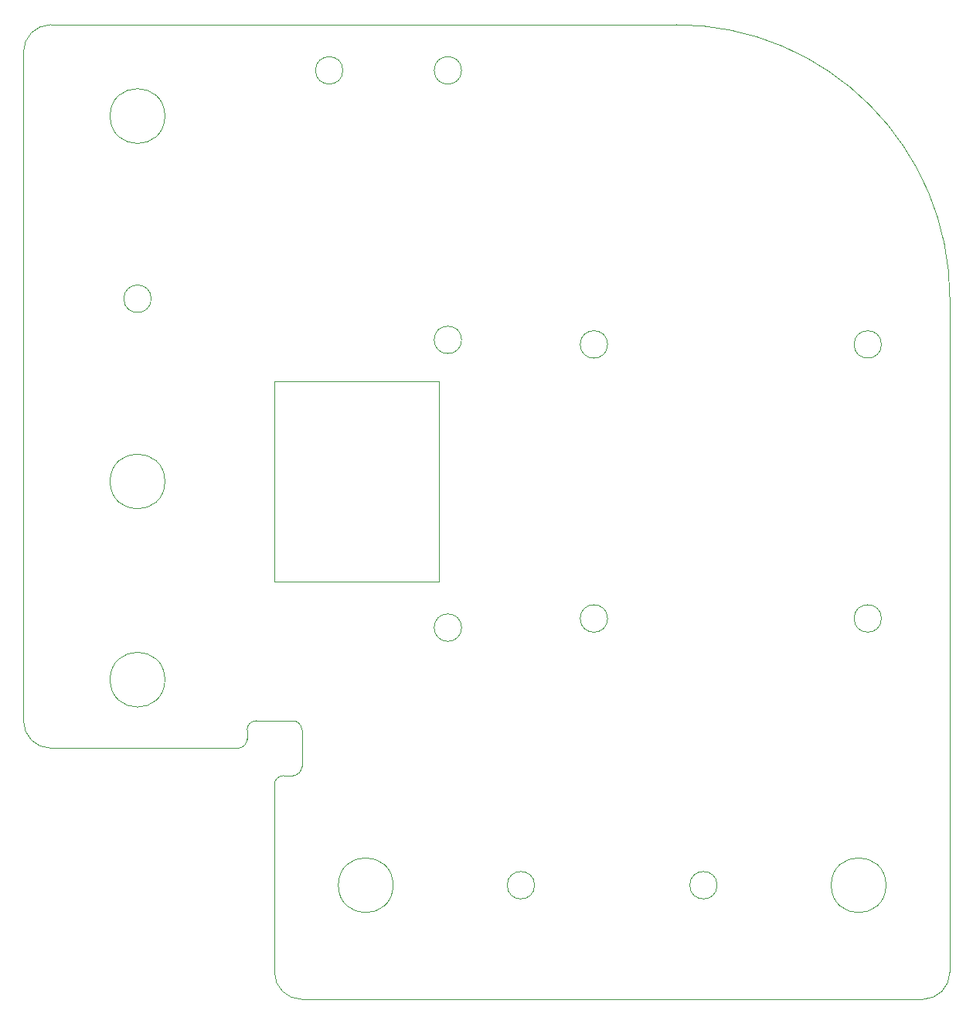
<source format=gm1>
G04 #@! TF.GenerationSoftware,KiCad,Pcbnew,5.1.9+dfsg1-1+deb11u1*
G04 #@! TF.CreationDate,2023-07-28T22:32:23+09:00*
G04 #@! TF.ProjectId,z-motor-mount,7a2d6d6f-746f-4722-9d6d-6f756e742e6b,rev?*
G04 #@! TF.SameCoordinates,Original*
G04 #@! TF.FileFunction,Profile,NP*
%FSLAX46Y46*%
G04 Gerber Fmt 4.6, Leading zero omitted, Abs format (unit mm)*
G04 Created by KiCad (PCBNEW 5.1.9+dfsg1-1+deb11u1) date 2023-07-28 22:32:23*
%MOMM*%
%LPD*%
G01*
G04 APERTURE LIST*
G04 #@! TA.AperFunction,Profile*
%ADD10C,0.050000*%
G04 #@! TD*
G04 APERTURE END LIST*
D10*
X110000000Y-117000000D02*
X89500000Y-117000000D01*
X89500001Y-117000000D02*
G75*
G02*
X86500000Y-114000001I-1J3000000D01*
G01*
X86500000Y-114000000D02*
X86500000Y-40800000D01*
X188000000Y-141500000D02*
G75*
G02*
X185000000Y-144500000I-3000000J0D01*
G01*
X150500000Y-102800000D02*
G75*
G03*
X150500000Y-102800000I-1500000J0D01*
G01*
X162500000Y-132000000D02*
G75*
G03*
X162500000Y-132000000I-1500000J0D01*
G01*
X114000000Y-141500000D02*
X114000000Y-121000000D01*
X180500000Y-102800000D02*
G75*
G03*
X180500000Y-102800000I-1500000J0D01*
G01*
X102000000Y-87800000D02*
G75*
G03*
X102000000Y-87800000I-3000000J0D01*
G01*
X117000000Y-119000000D02*
X117000000Y-115000000D01*
X158000000Y-37800000D02*
G75*
G02*
X188000000Y-67800000I0J-30000000D01*
G01*
X115000000Y-120000000D02*
X116000000Y-120000000D01*
X117000000Y-144500000D02*
G75*
G02*
X114000000Y-141500000I0J3000000D01*
G01*
X127000000Y-132000000D02*
G75*
G03*
X127000000Y-132000000I-3000000J0D01*
G01*
X132000000Y-98800000D02*
X132000000Y-76800000D01*
X114000000Y-121000000D02*
G75*
G02*
X115000000Y-120000000I1000000J0D01*
G01*
X117000000Y-119000000D02*
G75*
G02*
X116000000Y-120000000I-1000000J0D01*
G01*
X86500000Y-40800000D02*
G75*
G02*
X89500000Y-37800000I3000000J0D01*
G01*
X89500000Y-37800000D02*
X158000000Y-37800000D01*
X134500000Y-72300000D02*
G75*
G03*
X134500000Y-72300000I-1500000J0D01*
G01*
X134500000Y-103800000D02*
G75*
G03*
X134500000Y-103800000I-1500000J0D01*
G01*
X111000000Y-115000000D02*
X111000000Y-116000000D01*
X111000000Y-116000000D02*
G75*
G02*
X110000000Y-117000000I-1000000J0D01*
G01*
X150500000Y-72800000D02*
G75*
G03*
X150500000Y-72800000I-1500000J0D01*
G01*
X121500000Y-42800000D02*
G75*
G03*
X121500000Y-42800000I-1500000J0D01*
G01*
X132000000Y-76800000D02*
X114000000Y-76800000D01*
X114000000Y-76800000D02*
X114000000Y-98800000D01*
X142500000Y-132000000D02*
G75*
G03*
X142500000Y-132000000I-1500000J0D01*
G01*
X180500000Y-72800000D02*
G75*
G03*
X180500000Y-72800000I-1500000J0D01*
G01*
X102000000Y-109500000D02*
G75*
G03*
X102000000Y-109500000I-3000000J0D01*
G01*
X134500000Y-42800000D02*
G75*
G03*
X134500000Y-42800000I-1500000J0D01*
G01*
X116000000Y-114000000D02*
X112000000Y-114000000D01*
X102000000Y-47800000D02*
G75*
G03*
X102000000Y-47800000I-3000000J0D01*
G01*
X116000000Y-114000000D02*
G75*
G02*
X117000000Y-115000000I0J-1000000D01*
G01*
X185000000Y-144500000D02*
X117000000Y-144500000D01*
X188000000Y-67800000D02*
X188000000Y-141500000D01*
X111000000Y-115000000D02*
G75*
G02*
X112000000Y-114000000I1000000J0D01*
G01*
X114000000Y-98800000D02*
X132000000Y-98800000D01*
X100500000Y-67800000D02*
G75*
G03*
X100500000Y-67800000I-1500000J0D01*
G01*
X181000000Y-132000000D02*
G75*
G03*
X181000000Y-132000000I-3000000J0D01*
G01*
M02*

</source>
